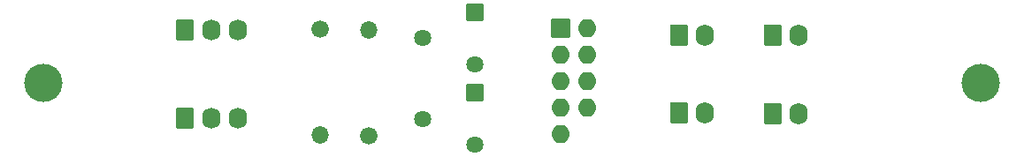
<source format=gbs>
G04 #@! TF.GenerationSoftware,KiCad,Pcbnew,8.0.4*
G04 #@! TF.CreationDate,2024-08-20T15:03:28-04:00*
G04 #@! TF.ProjectId,VectexController,56656374-6578-4436-9f6e-74726f6c6c65,rev?*
G04 #@! TF.SameCoordinates,Original*
G04 #@! TF.FileFunction,Soldermask,Bot*
G04 #@! TF.FilePolarity,Negative*
%FSLAX46Y46*%
G04 Gerber Fmt 4.6, Leading zero omitted, Abs format (unit mm)*
G04 Created by KiCad (PCBNEW 8.0.4) date 2024-08-20 15:03:28*
%MOMM*%
%LPD*%
G01*
G04 APERTURE LIST*
G04 Aperture macros list*
%AMRoundRect*
0 Rectangle with rounded corners*
0 $1 Rounding radius*
0 $2 $3 $4 $5 $6 $7 $8 $9 X,Y pos of 4 corners*
0 Add a 4 corners polygon primitive as box body*
4,1,4,$2,$3,$4,$5,$6,$7,$8,$9,$2,$3,0*
0 Add four circle primitives for the rounded corners*
1,1,$1+$1,$2,$3*
1,1,$1+$1,$4,$5*
1,1,$1+$1,$6,$7*
1,1,$1+$1,$8,$9*
0 Add four rect primitives between the rounded corners*
20,1,$1+$1,$2,$3,$4,$5,0*
20,1,$1+$1,$4,$5,$6,$7,0*
20,1,$1+$1,$6,$7,$8,$9,0*
20,1,$1+$1,$8,$9,$2,$3,0*%
G04 Aperture macros list end*
%ADD10RoundRect,0.038000X-0.850000X-0.850000X0.850000X-0.850000X0.850000X0.850000X-0.850000X0.850000X0*%
%ADD11O,1.776000X1.776000*%
%ADD12RoundRect,0.261177X-0.626823X-0.776823X0.626823X-0.776823X0.626823X0.776823X-0.626823X0.776823X0*%
%ADD13O,1.776000X2.076000*%
%ADD14RoundRect,0.261177X-0.626823X-0.751823X0.626823X-0.751823X0.626823X0.751823X-0.626823X0.751823X0*%
%ADD15O,1.776000X2.026000*%
%ADD16RoundRect,0.038000X-0.780000X0.780000X-0.780000X-0.780000X0.780000X-0.780000X0.780000X0.780000X0*%
%ADD17C,1.636000*%
%ADD18C,1.676000*%
%ADD19O,1.676000X1.676000*%
%ADD20C,3.676000*%
G04 APERTURE END LIST*
D10*
X157924466Y-79804466D03*
D11*
X160464466Y-79804466D03*
X157924466Y-82344466D03*
X160464466Y-82344466D03*
X157924466Y-84884466D03*
X160464466Y-84884466D03*
X157924466Y-87424466D03*
X160464466Y-87424466D03*
X157924466Y-89964466D03*
D12*
X178214466Y-80439466D03*
D13*
X180714466Y-80439466D03*
D14*
X121964466Y-88439466D03*
D15*
X124464466Y-88439466D03*
X126964466Y-88439466D03*
D16*
X149704466Y-78224466D03*
D17*
X144704466Y-80724466D03*
X149704466Y-83224466D03*
D16*
X149704466Y-85964466D03*
D17*
X144704466Y-88464466D03*
X149704466Y-90964466D03*
D18*
X139500000Y-90080000D03*
D19*
X139500000Y-79920000D03*
D18*
X134914466Y-79884466D03*
D19*
X134914466Y-90044466D03*
D12*
X178214466Y-87964466D03*
D13*
X180714466Y-87964466D03*
D20*
X198100000Y-85000000D03*
D12*
X169214466Y-87939466D03*
D13*
X171714466Y-87939466D03*
D20*
X108400000Y-85000000D03*
D12*
X169214466Y-80439466D03*
D13*
X171714466Y-80439466D03*
D14*
X121964466Y-79939466D03*
D15*
X124464466Y-79939466D03*
X126964466Y-79939466D03*
M02*

</source>
